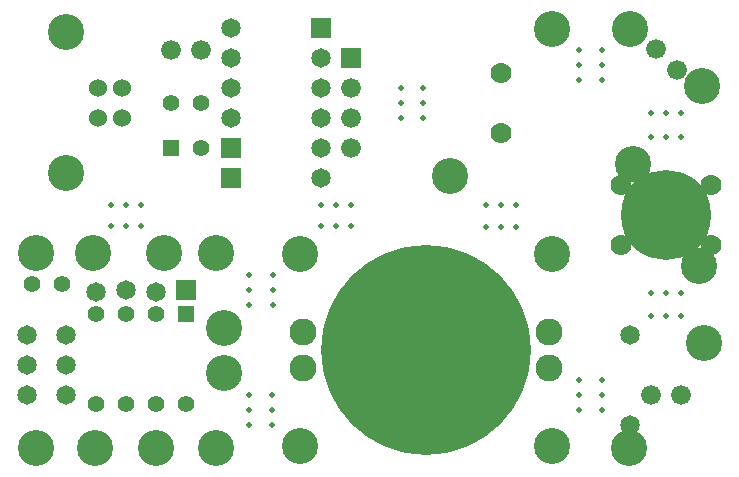
<source format=gts>
G04 (created by PCBNEW (2013-07-07 BZR 4022)-stable) date 2/5/2015 8:35:07 PM*
%MOIN*%
G04 Gerber Fmt 3.4, Leading zero omitted, Abs format*
%FSLAX34Y34*%
G01*
G70*
G90*
G04 APERTURE LIST*
%ADD10C,0.00590551*%
%ADD11R,0.065X0.065*%
%ADD12C,0.065*%
%ADD13R,0.066X0.066*%
%ADD14C,0.066*%
%ADD15C,0.055*%
%ADD16C,0.07*%
%ADD17C,0.3*%
%ADD18C,0.06*%
%ADD19C,0.12*%
%ADD20R,0.055X0.055*%
%ADD21C,0.09*%
%ADD22C,0.7*%
%ADD23C,0.02*%
G04 APERTURE END LIST*
G54D10*
G54D11*
X52500Y-41250D03*
G54D12*
X49500Y-41250D03*
G54D11*
X48000Y-50000D03*
G54D12*
X47000Y-50050D03*
X46000Y-50000D03*
X45000Y-50050D03*
X44000Y-52500D03*
X44000Y-51500D03*
X44000Y-53500D03*
X42700Y-51500D03*
X42700Y-52500D03*
X42700Y-53500D03*
G54D13*
X53500Y-42250D03*
G54D14*
X53500Y-43250D03*
X53500Y-44250D03*
X53500Y-45250D03*
G54D15*
X42850Y-49800D03*
X43850Y-49800D03*
G54D16*
X62500Y-48500D03*
X62500Y-46500D03*
X65500Y-48500D03*
X65500Y-46500D03*
G54D17*
X64000Y-47500D03*
G54D16*
X58500Y-44750D03*
X58500Y-42750D03*
G54D18*
X45850Y-44250D03*
X45850Y-43250D03*
X45063Y-43250D03*
X45063Y-44250D03*
G54D19*
X44000Y-46112D03*
X44000Y-41388D03*
G54D20*
X48000Y-50800D03*
G54D15*
X47000Y-50800D03*
X46000Y-50800D03*
X45000Y-50800D03*
X45000Y-53800D03*
X46000Y-53800D03*
X47000Y-53800D03*
X48000Y-53800D03*
G54D11*
X49500Y-46250D03*
G54D12*
X52500Y-46250D03*
X49500Y-42250D03*
X52500Y-42250D03*
X49500Y-44250D03*
X52500Y-44250D03*
X49500Y-43250D03*
X52500Y-43250D03*
X62800Y-54500D03*
X62800Y-51500D03*
G54D20*
X47500Y-45250D03*
G54D15*
X48500Y-45250D03*
G54D21*
X51900Y-52600D03*
X60100Y-52600D03*
X51900Y-51400D03*
X60100Y-51400D03*
G54D22*
X56000Y-52000D03*
G54D19*
X49250Y-52750D03*
X49000Y-48750D03*
X47000Y-55250D03*
X43000Y-55250D03*
X49000Y-55250D03*
X65200Y-43200D03*
X62800Y-41300D03*
X65250Y-51750D03*
X62750Y-55250D03*
X65100Y-49200D03*
X56800Y-46200D03*
X60200Y-41300D03*
X62900Y-45800D03*
X51800Y-55200D03*
X60200Y-55200D03*
X51800Y-48800D03*
X44900Y-48750D03*
G54D14*
X63646Y-41946D03*
X64353Y-42653D03*
G54D23*
X46000Y-47850D03*
X45500Y-47850D03*
X46500Y-47850D03*
X46000Y-47150D03*
X46500Y-47150D03*
X45500Y-47150D03*
G54D19*
X60200Y-48800D03*
G54D11*
X49500Y-45250D03*
G54D12*
X52500Y-45250D03*
G54D23*
X53000Y-47850D03*
X52500Y-47850D03*
X53500Y-47850D03*
X53000Y-47150D03*
X53500Y-47150D03*
X52500Y-47150D03*
X58500Y-47150D03*
X59000Y-47150D03*
X58000Y-47150D03*
X58500Y-47900D03*
X59000Y-47900D03*
X58000Y-47900D03*
X55150Y-43750D03*
X55150Y-43250D03*
X55150Y-44250D03*
X55900Y-43750D03*
X55900Y-43250D03*
X55900Y-44250D03*
X64000Y-44900D03*
X64500Y-44900D03*
X63500Y-44900D03*
X64000Y-44100D03*
X63500Y-44100D03*
X64500Y-44100D03*
X61100Y-42500D03*
X61100Y-43000D03*
X61100Y-42000D03*
X61850Y-42500D03*
X61850Y-43000D03*
X61850Y-42000D03*
X61100Y-53500D03*
X61100Y-54000D03*
X61100Y-53000D03*
X61850Y-53500D03*
X61850Y-54000D03*
X61850Y-53000D03*
X64000Y-50850D03*
X63500Y-50850D03*
X64500Y-50850D03*
X64000Y-50100D03*
X63500Y-50100D03*
X64500Y-50100D03*
G54D15*
X47500Y-43750D03*
X48500Y-43750D03*
G54D14*
X47500Y-42000D03*
X48500Y-42000D03*
G54D23*
X50100Y-54000D03*
X50100Y-54500D03*
X50100Y-53500D03*
X50850Y-54000D03*
X50850Y-54500D03*
X50850Y-53500D03*
X50100Y-50000D03*
X50100Y-50500D03*
X50100Y-49500D03*
X50900Y-50000D03*
X50900Y-49500D03*
X50900Y-50500D03*
G54D19*
X49250Y-51250D03*
X44950Y-55250D03*
X47250Y-48750D03*
X43000Y-48750D03*
G54D14*
X64500Y-53500D03*
X63500Y-53500D03*
M02*

</source>
